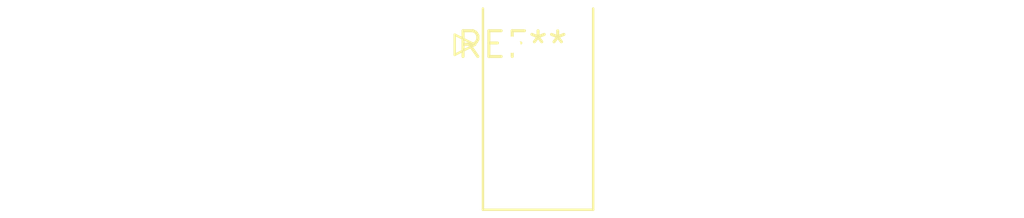
<source format=kicad_pcb>
(kicad_pcb (version 20240108) (generator pcbnew)
  (layers (0 "F.Cu" signal) (31 "B.Cu" signal) (34 "B.Paste" user) (35 "F.Paste" user) (36 "B.SilkS" user "B.Silkscreen") (37 "F.SilkS" user "F.Silkscreen") (38 "B.Mask" user) (39 "F.Mask" user) (44 "Edge.Cuts" user))
  (net 0 "")
  (footprint "TE_Micro-MaTch_215079-6_2x03_P1.27mm_Vertical" (layer "F.Cu") (at 0 0)
    (property "Reference" "REF**")
    (property "Value" "TE_Micro-MaTch_215079-6_2x03_P1.27mm_Vertical")
    (fp_line (start -2.83 -0.5) (end -1.83 0) (layer "F.SilkS") (stroke (width 0.12)))
    (fp_line (start -2.83 0.5) (end -2.83 -0.5) (layer "F.SilkS") (stroke (width 0.12)))
    (fp_line (start -1.83 0) (end -2.83 0.5) (layer "F.SilkS") (stroke (width 0.12)))
    (fp_line (start -1.44 -1.785) (end -1.44 8.135) (layer "F.SilkS") (stroke (width 0.12)))
    (fp_line (start -1.44 8.135) (end 3.98 8.135) (layer "F.SilkS") (stroke (width 0.12)))
    (fp_line (start 3.98 8.135) (end 3.98 -1.785) (layer "F.SilkS") (stroke (width 0.12)))
    (pad "" np_thru_hole circle (at 1.8 -1.4) (size 1.5 1.5) (drill 1.5) (layers *.Cu *.Mask))
    (pad "1" thru_hole rect (at 0 0) (size 1.3 1.3) (drill 0.8) (layers *.Cu *.Mask) (remove_unused_layers))
    (pad "2" thru_hole circle (at 2.54 1.27) (size 1.3 1.3) (drill 0.8) (layers *.Cu *.Mask) (remove_unused_layers))
    (pad "3" thru_hole circle (at 0 2.54) (size 1.3 1.3) (drill 0.8) (layers *.Cu *.Mask) (remove_unused_layers))
    (pad "4" thru_hole circle (at 2.54 3.81) (size 1.3 1.3) (drill 0.8) (layers *.Cu *.Mask) (remove_unused_layers))
    (pad "5" thru_hole circle (at 0 5.08) (size 1.3 1.3) (drill 0.8) (layers *.Cu *.Mask) (remove_unused_layers))
    (pad "6" thru_hole circle (at 2.54 6.35) (size 1.3 1.3) (drill 0.8) (layers *.Cu *.Mask) (remove_unused_layers))
  )
)
</source>
